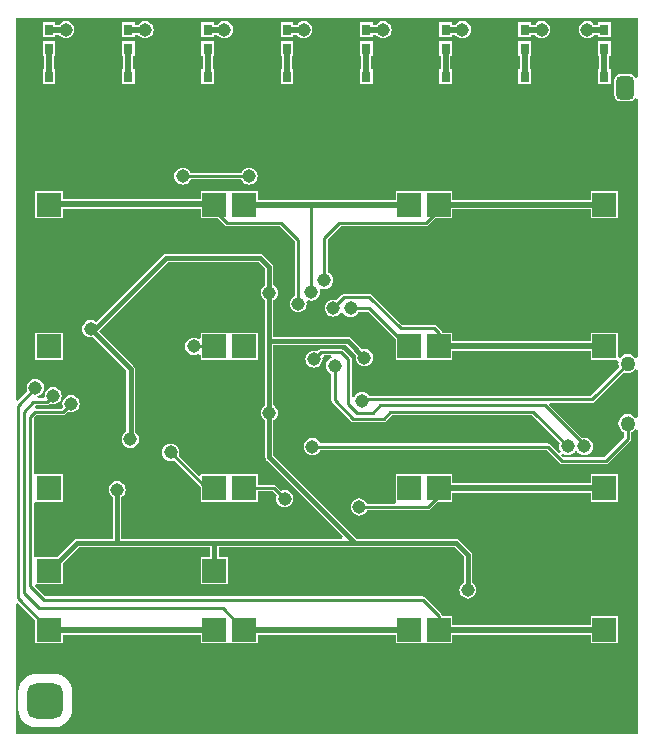
<source format=gtl>
G04*
G04 #@! TF.GenerationSoftware,Altium Limited,Altium Designer,19.0.5 (141)*
G04*
G04 Layer_Physical_Order=1*
G04 Layer_Color=255*
%FSLAX25Y25*%
%MOIN*%
G70*
G01*
G75*
%ADD11R,0.03100X0.03800*%
%ADD12R,0.07874X0.07874*%
%ADD19C,0.01500*%
%ADD20C,0.01000*%
%ADD21C,0.02000*%
G04:AMPARAMS|DCode=22|XSize=59.06mil|YSize=78.74mil|CornerRadius=14.76mil|HoleSize=0mil|Usage=FLASHONLY|Rotation=0.000|XOffset=0mil|YOffset=0mil|HoleType=Round|Shape=RoundedRectangle|*
%AMROUNDEDRECTD22*
21,1,0.05906,0.04921,0,0,0.0*
21,1,0.02953,0.07874,0,0,0.0*
1,1,0.02953,0.01476,-0.02461*
1,1,0.02953,-0.01476,-0.02461*
1,1,0.02953,-0.01476,0.02461*
1,1,0.02953,0.01476,0.02461*
%
%ADD22ROUNDEDRECTD22*%
%ADD23C,0.05000*%
G04:AMPARAMS|DCode=24|XSize=118.11mil|YSize=118.11mil|CornerRadius=29.53mil|HoleSize=0mil|Usage=FLASHONLY|Rotation=0.000|XOffset=0mil|YOffset=0mil|HoleType=Round|Shape=RoundedRectangle|*
%AMROUNDEDRECTD24*
21,1,0.11811,0.05906,0,0,0.0*
21,1,0.05906,0.11811,0,0,0.0*
1,1,0.05906,0.02953,-0.02953*
1,1,0.05906,-0.02953,-0.02953*
1,1,0.05906,-0.02953,0.02953*
1,1,0.05906,0.02953,0.02953*
%
%ADD24ROUNDEDRECTD24*%
%ADD25C,0.04500*%
G36*
X739949Y325943D02*
X739208Y325544D01*
X739149Y325553D01*
X738721Y326193D01*
X738035Y326652D01*
X737224Y326813D01*
X734272D01*
X733462Y326652D01*
X732775Y326193D01*
X732316Y325506D01*
X732155Y324696D01*
Y319775D01*
X732316Y318965D01*
X732775Y318278D01*
X733462Y317819D01*
X734272Y317658D01*
X737224D01*
X738035Y317819D01*
X738721Y318278D01*
X739149Y318918D01*
X739208Y318927D01*
X739949Y318528D01*
Y232398D01*
X739149Y232126D01*
X738872Y232487D01*
X738225Y232983D01*
X737471Y233296D01*
X736661Y233402D01*
X735852Y233296D01*
X735098Y232983D01*
X734450Y232487D01*
X734124Y232062D01*
X733324Y232333D01*
Y240561D01*
X724250D01*
Y237655D01*
X678206D01*
Y240561D01*
X674782D01*
X674706Y240943D01*
X674462Y241307D01*
X674462Y241307D01*
X672941Y242828D01*
X672577Y243072D01*
X672148Y243157D01*
X672148Y243157D01*
X661413D01*
X651359Y253211D01*
X650995Y253454D01*
X650566Y253539D01*
X650566Y253539D01*
X642130D01*
X642130Y253539D01*
X641701Y253454D01*
X641337Y253211D01*
X641337Y253211D01*
X639508Y251381D01*
X639192Y251512D01*
X638448Y251610D01*
X637704Y251512D01*
X637011Y251225D01*
X636415Y250768D01*
X635959Y250173D01*
X635671Y249479D01*
X635573Y248735D01*
X635671Y247991D01*
X635959Y247298D01*
X636415Y246703D01*
X637011Y246246D01*
X637704Y245959D01*
X638448Y245861D01*
X639192Y245959D01*
X639885Y246246D01*
X640481Y246703D01*
X640881Y247225D01*
X641220Y247264D01*
X641759Y247198D01*
X642215Y246603D01*
X642811Y246146D01*
X643504Y245859D01*
X644248Y245761D01*
X644992Y245859D01*
X645685Y246146D01*
X646281Y246603D01*
X646737Y247198D01*
X646868Y247514D01*
X650083D01*
X659290Y238308D01*
Y231487D01*
X668364D01*
Y231487D01*
X669132D01*
Y231487D01*
X678206D01*
Y234392D01*
X724250D01*
Y231487D01*
X732942D01*
X733095Y231399D01*
X733604Y230802D01*
X733535Y230276D01*
X733641Y229466D01*
X733824Y229025D01*
X724228Y219429D01*
X650545Y219429D01*
X650131Y219968D01*
X649535Y220425D01*
X648842Y220712D01*
X648098Y220810D01*
X647354Y220712D01*
X646661Y220425D01*
X646065Y219968D01*
X645609Y219373D01*
X645470Y219037D01*
X644670Y219196D01*
Y231668D01*
X644584Y232097D01*
X644341Y232461D01*
X644341Y232461D01*
X641874Y234928D01*
X641510Y235172D01*
X641081Y235257D01*
X641081Y235257D01*
X634448D01*
X634019Y235172D01*
X633655Y234928D01*
X633655Y234928D01*
X633108Y234381D01*
X632792Y234512D01*
X632048Y234610D01*
X631304Y234512D01*
X630611Y234225D01*
X630015Y233768D01*
X629559Y233173D01*
X629271Y232479D01*
X629173Y231735D01*
X629271Y230991D01*
X629559Y230298D01*
X630015Y229703D01*
X630611Y229246D01*
X631304Y228959D01*
X632048Y228861D01*
X632792Y228959D01*
X633485Y229246D01*
X634081Y229703D01*
X634538Y230298D01*
X634825Y230991D01*
X634923Y231735D01*
X634857Y232237D01*
X635249Y232831D01*
X635469Y233014D01*
X637808D01*
X637967Y232214D01*
X637511Y232025D01*
X636915Y231568D01*
X636459Y230973D01*
X636171Y230279D01*
X636073Y229535D01*
X636171Y228791D01*
X636459Y228098D01*
X636915Y227503D01*
X637511Y227046D01*
X637826Y226915D01*
Y218135D01*
X637826Y218135D01*
X637912Y217706D01*
X638155Y217342D01*
X644355Y211142D01*
X644355Y211142D01*
X644719Y210899D01*
X645148Y210814D01*
X655348D01*
X655348Y210814D01*
X655777Y210899D01*
X656141Y211142D01*
X658013Y213014D01*
X704683D01*
X714002Y203695D01*
X713871Y203379D01*
X713773Y202635D01*
X713871Y201891D01*
X714159Y201198D01*
X714342Y200958D01*
X713740Y200430D01*
X710817Y203352D01*
X710454Y203595D01*
X710024Y203681D01*
X710024Y203681D01*
X634143D01*
X634012Y203996D01*
X633555Y204592D01*
X632960Y205048D01*
X632267Y205336D01*
X631523Y205434D01*
X630779Y205336D01*
X630085Y205048D01*
X629490Y204592D01*
X629033Y203996D01*
X628746Y203303D01*
X628648Y202559D01*
X628746Y201815D01*
X629033Y201122D01*
X629490Y200526D01*
X630085Y200070D01*
X630779Y199782D01*
X631523Y199685D01*
X632267Y199782D01*
X632960Y200070D01*
X633555Y200526D01*
X634012Y201122D01*
X634143Y201437D01*
X709560D01*
X713955Y197042D01*
X713955Y197042D01*
X714319Y196799D01*
X714748Y196714D01*
X714748Y196714D01*
X729248D01*
X729248Y196714D01*
X729677Y196799D01*
X730041Y197042D01*
X737454Y204456D01*
X737455Y204456D01*
X737698Y204820D01*
X737783Y205249D01*
X737783Y205249D01*
Y207385D01*
X738225Y207568D01*
X738872Y208065D01*
X739149Y208425D01*
X739949Y208154D01*
Y106752D01*
X532586D01*
Y150066D01*
X533326Y150372D01*
X539211Y144486D01*
Y136998D01*
X548285D01*
Y139904D01*
X594329D01*
Y136998D01*
X603403D01*
Y136998D01*
X604172D01*
Y136998D01*
X604203Y136998D01*
X613246D01*
Y139904D01*
X659290D01*
Y136998D01*
X668364D01*
Y136998D01*
X669132D01*
Y136998D01*
X678206D01*
Y139904D01*
X724250D01*
Y136998D01*
X733324D01*
Y146072D01*
X724250D01*
Y143167D01*
X678206D01*
Y146072D01*
X675553D01*
X674791Y146114D01*
X674706Y146543D01*
X674462Y146907D01*
X669041Y152329D01*
X668677Y152572D01*
X668248Y152657D01*
X668248Y152657D01*
X542413D01*
X539169Y155901D01*
X539517Y156684D01*
X548285D01*
Y163811D01*
X553629Y169155D01*
X597490D01*
Y165758D01*
X594329D01*
Y156684D01*
X603403D01*
Y165758D01*
X600243D01*
Y169155D01*
X678792D01*
X681969Y165978D01*
Y157306D01*
X681909Y157281D01*
X681313Y156824D01*
X680857Y156228D01*
X680569Y155535D01*
X680471Y154791D01*
X680569Y154047D01*
X680857Y153354D01*
X681313Y152759D01*
X681909Y152302D01*
X682602Y152015D01*
X683346Y151917D01*
X684090Y152015D01*
X684783Y152302D01*
X685379Y152759D01*
X685835Y153354D01*
X686123Y154047D01*
X686221Y154791D01*
X686123Y155535D01*
X685835Y156228D01*
X685379Y156824D01*
X684783Y157281D01*
X684722Y157306D01*
Y166548D01*
X684618Y167075D01*
X684319Y167521D01*
X684319Y167521D01*
X680335Y171505D01*
X679889Y171803D01*
X679362Y171908D01*
X646422D01*
X618551Y199778D01*
Y211321D01*
X618612Y211346D01*
X619208Y211803D01*
X619665Y212398D01*
X619952Y213091D01*
X620050Y213835D01*
X619952Y214579D01*
X619665Y215273D01*
X619208Y215868D01*
X618612Y216325D01*
X618551Y216350D01*
Y236359D01*
X642772D01*
X646091Y233040D01*
X646065Y232979D01*
X645967Y232235D01*
X646065Y231491D01*
X646353Y230798D01*
X646809Y230203D01*
X647405Y229746D01*
X648098Y229459D01*
X648842Y229361D01*
X649586Y229459D01*
X650279Y229746D01*
X650875Y230203D01*
X651332Y230798D01*
X651619Y231491D01*
X651717Y232235D01*
X651619Y232979D01*
X651332Y233673D01*
X650875Y234268D01*
X650279Y234725D01*
X649586Y235012D01*
X648842Y235110D01*
X648098Y235012D01*
X648037Y234987D01*
X644315Y238709D01*
X643869Y239007D01*
X643342Y239112D01*
X618551D01*
Y251340D01*
X618612Y251365D01*
X619208Y251822D01*
X619665Y252418D01*
X619952Y253111D01*
X620050Y253855D01*
X619952Y254599D01*
X619665Y255292D01*
X619208Y255888D01*
X618612Y256344D01*
X618551Y256370D01*
Y262438D01*
X618447Y262965D01*
X618148Y263412D01*
X615151Y266409D01*
X614705Y266707D01*
X614178Y266812D01*
X582848D01*
X582848Y266812D01*
X582321Y266707D01*
X581875Y266409D01*
X559474Y244008D01*
X559061Y244325D01*
X558368Y244612D01*
X557624Y244710D01*
X556880Y244612D01*
X556186Y244325D01*
X555591Y243868D01*
X555134Y243273D01*
X554847Y242579D01*
X554749Y241835D01*
X554847Y241091D01*
X555134Y240398D01*
X555591Y239803D01*
X556186Y239346D01*
X556880Y239059D01*
X557624Y238961D01*
X558368Y239059D01*
X558428Y239084D01*
X569537Y227976D01*
Y207549D01*
X569405Y207494D01*
X568810Y207038D01*
X568353Y206442D01*
X568066Y205749D01*
X567968Y205005D01*
X568066Y204261D01*
X568353Y203568D01*
X568810Y202972D01*
X569405Y202516D01*
X570099Y202228D01*
X570843Y202130D01*
X571587Y202228D01*
X572280Y202516D01*
X572875Y202972D01*
X573332Y203568D01*
X573619Y204261D01*
X573717Y205005D01*
X573619Y205749D01*
X573332Y206442D01*
X572875Y207038D01*
X572290Y207487D01*
Y228546D01*
X572185Y229072D01*
X571887Y229519D01*
X560382Y241023D01*
X583418Y264059D01*
X613608D01*
X615799Y261868D01*
Y256370D01*
X615738Y256344D01*
X615142Y255888D01*
X614686Y255292D01*
X614398Y254599D01*
X614300Y253855D01*
X614398Y253111D01*
X614686Y252418D01*
X615142Y251822D01*
X615738Y251365D01*
X615799Y251340D01*
Y237735D01*
Y216350D01*
X615738Y216325D01*
X615142Y215868D01*
X614686Y215273D01*
X614398Y214579D01*
X614300Y213835D01*
X614398Y213091D01*
X614686Y212398D01*
X615142Y211803D01*
X615738Y211346D01*
X615799Y211321D01*
Y199208D01*
X615903Y198682D01*
X616202Y198235D01*
X641789Y172647D01*
X641483Y171908D01*
X567819D01*
Y185690D01*
X567880Y185715D01*
X568475Y186172D01*
X568932Y186768D01*
X569219Y187461D01*
X569317Y188205D01*
X569219Y188949D01*
X568932Y189642D01*
X568475Y190238D01*
X567880Y190694D01*
X567187Y190982D01*
X566443Y191079D01*
X565699Y190982D01*
X565005Y190694D01*
X564410Y190238D01*
X563953Y189642D01*
X563666Y188949D01*
X563568Y188205D01*
X563666Y187461D01*
X563953Y186768D01*
X564410Y186172D01*
X565005Y185715D01*
X565066Y185690D01*
Y171908D01*
X553059D01*
X552533Y171803D01*
X552086Y171505D01*
X546338Y165758D01*
X539370D01*
X539211Y165758D01*
X538570Y166140D01*
Y183860D01*
X539211Y184242D01*
X539370Y184242D01*
X548285D01*
Y193316D01*
X539370D01*
X539211Y193317D01*
X538570Y193699D01*
Y212071D01*
X539513Y213014D01*
X548335D01*
X548335Y213014D01*
X548764Y213099D01*
X549128Y213342D01*
X550043Y214258D01*
X550359Y214127D01*
X551103Y214029D01*
X551847Y214127D01*
X552540Y214414D01*
X553135Y214871D01*
X553592Y215466D01*
X553879Y216159D01*
X553977Y216903D01*
X553879Y217647D01*
X553592Y218341D01*
X553135Y218936D01*
X552540Y219393D01*
X551847Y219680D01*
X551103Y219778D01*
X550359Y219680D01*
X549665Y219393D01*
X549070Y218936D01*
X548613Y218341D01*
X548326Y217647D01*
X548228Y216903D01*
X548326Y216159D01*
X548457Y215844D01*
X547870Y215257D01*
X539404D01*
X538979Y216028D01*
X539240Y216381D01*
X543070D01*
X543070Y216381D01*
X543499Y216467D01*
X543863Y216710D01*
X544061Y216908D01*
X544377Y216777D01*
X545121Y216679D01*
X545865Y216777D01*
X546558Y217064D01*
X547153Y217521D01*
X547610Y218116D01*
X547897Y218809D01*
X547995Y219553D01*
X547897Y220297D01*
X547610Y220991D01*
X547153Y221586D01*
X546558Y222043D01*
X545865Y222330D01*
X545121Y222428D01*
X544377Y222330D01*
X543683Y222043D01*
X543088Y221586D01*
X542631Y220991D01*
X542344Y220297D01*
X542246Y219553D01*
X542263Y219424D01*
X541597Y218624D01*
X539917D01*
X539865Y219424D01*
X539883Y219427D01*
X540576Y219714D01*
X541171Y220171D01*
X541628Y220766D01*
X541915Y221459D01*
X542013Y222203D01*
X541915Y222947D01*
X541628Y223641D01*
X541171Y224236D01*
X540576Y224693D01*
X539883Y224980D01*
X539139Y225078D01*
X538395Y224980D01*
X537701Y224693D01*
X537106Y224236D01*
X536649Y223641D01*
X536362Y222947D01*
X536264Y222203D01*
X536362Y221459D01*
X536515Y221089D01*
X533326Y217899D01*
X532586Y218205D01*
Y345610D01*
X739949D01*
Y325943D01*
D02*
G37*
G36*
Y228154D02*
Y212398D01*
X739149Y212126D01*
X738872Y212487D01*
X738225Y212983D01*
X737471Y213296D01*
X737262Y213323D01*
X737091Y213438D01*
X736661Y213523D01*
X736232Y213438D01*
X736061Y213323D01*
X735852Y213296D01*
X735098Y212983D01*
X734450Y212487D01*
X733954Y211839D01*
X733641Y211085D01*
X733535Y210276D01*
X733641Y209466D01*
X733954Y208712D01*
X734450Y208065D01*
X735098Y207568D01*
X735540Y207385D01*
Y205713D01*
X728784Y198957D01*
X715213D01*
X714442Y199727D01*
X714971Y200330D01*
X715211Y200146D01*
X715904Y199859D01*
X716648Y199761D01*
X717392Y199859D01*
X718085Y200146D01*
X718681Y200603D01*
X718938Y200938D01*
X719114Y200998D01*
X719720D01*
X719896Y200938D01*
X720152Y200603D01*
X720748Y200146D01*
X721441Y199859D01*
X722185Y199761D01*
X722929Y199859D01*
X723622Y200146D01*
X724218Y200603D01*
X724675Y201198D01*
X724962Y201891D01*
X725060Y202635D01*
X724962Y203379D01*
X724675Y204073D01*
X724218Y204668D01*
X723622Y205125D01*
X722929Y205412D01*
X722185Y205510D01*
X721488Y205418D01*
X710521Y216386D01*
X710852Y217185D01*
X724693D01*
X724693Y217185D01*
X725122Y217271D01*
X725486Y217514D01*
X735410Y227438D01*
X735852Y227255D01*
X736661Y227149D01*
X737471Y227255D01*
X738225Y227568D01*
X738872Y228065D01*
X739149Y228425D01*
X739949Y228154D01*
D02*
G37*
%LPC*%
G36*
X707953Y344410D02*
X707209Y344313D01*
X706516Y344025D01*
X705921Y343568D01*
X705613Y343167D01*
X704503D01*
Y344036D01*
X700203D01*
Y339036D01*
X704503D01*
Y339904D01*
X705613D01*
X705921Y339503D01*
X706516Y339046D01*
X707209Y338759D01*
X707953Y338661D01*
X708697Y338759D01*
X709390Y339046D01*
X709986Y339503D01*
X710443Y340099D01*
X710730Y340792D01*
X710828Y341536D01*
X710730Y342280D01*
X710443Y342973D01*
X709986Y343568D01*
X709390Y344025D01*
X708697Y344313D01*
X707953Y344410D01*
D02*
G37*
G36*
X681519D02*
X680775Y344313D01*
X680082Y344025D01*
X679486Y343568D01*
X679178Y343167D01*
X678069D01*
Y344036D01*
X673769D01*
Y339036D01*
X678069D01*
Y339904D01*
X679178D01*
X679486Y339503D01*
X680082Y339046D01*
X680775Y338759D01*
X681519Y338661D01*
X682263Y338759D01*
X682956Y339046D01*
X683552Y339503D01*
X684008Y340099D01*
X684296Y340792D01*
X684394Y341536D01*
X684296Y342280D01*
X684008Y342973D01*
X683552Y343568D01*
X682956Y344025D01*
X682263Y344313D01*
X681519Y344410D01*
D02*
G37*
G36*
X655085D02*
X654341Y344313D01*
X653648Y344025D01*
X653052Y343568D01*
X652744Y343167D01*
X651635D01*
Y344036D01*
X647335D01*
Y339036D01*
X651635D01*
Y339904D01*
X652744D01*
X653052Y339503D01*
X653648Y339046D01*
X654341Y338759D01*
X655085Y338661D01*
X655829Y338759D01*
X656522Y339046D01*
X657117Y339503D01*
X657574Y340099D01*
X657861Y340792D01*
X657959Y341536D01*
X657861Y342280D01*
X657574Y342973D01*
X657117Y343568D01*
X656522Y344025D01*
X655829Y344313D01*
X655085Y344410D01*
D02*
G37*
G36*
X628651D02*
X627907Y344313D01*
X627213Y344025D01*
X626618Y343568D01*
X626310Y343167D01*
X625201D01*
Y344036D01*
X620901D01*
Y339036D01*
X625201D01*
Y339904D01*
X626310D01*
X626618Y339503D01*
X627213Y339046D01*
X627907Y338759D01*
X628651Y338661D01*
X629395Y338759D01*
X630088Y339046D01*
X630683Y339503D01*
X631140Y340099D01*
X631427Y340792D01*
X631525Y341536D01*
X631427Y342280D01*
X631140Y342973D01*
X630683Y343568D01*
X630088Y344025D01*
X629395Y344313D01*
X628651Y344410D01*
D02*
G37*
G36*
X602216D02*
X601472Y344313D01*
X600779Y344025D01*
X600184Y343568D01*
X599876Y343167D01*
X598766D01*
Y344036D01*
X594466D01*
Y339036D01*
X598766D01*
Y339904D01*
X599876D01*
X600184Y339503D01*
X600779Y339046D01*
X601472Y338759D01*
X602216Y338661D01*
X602960Y338759D01*
X603654Y339046D01*
X604249Y339503D01*
X604706Y340099D01*
X604993Y340792D01*
X605091Y341536D01*
X604993Y342280D01*
X604706Y342973D01*
X604249Y343568D01*
X603654Y344025D01*
X602960Y344313D01*
X602216Y344410D01*
D02*
G37*
G36*
X575782D02*
X575038Y344313D01*
X574345Y344025D01*
X573750Y343568D01*
X573442Y343167D01*
X572332D01*
Y344036D01*
X568032D01*
Y339036D01*
X572332D01*
Y339904D01*
X573442D01*
X573750Y339503D01*
X574345Y339046D01*
X575038Y338759D01*
X575782Y338661D01*
X576526Y338759D01*
X577219Y339046D01*
X577815Y339503D01*
X578272Y340099D01*
X578559Y340792D01*
X578657Y341536D01*
X578559Y342280D01*
X578272Y342973D01*
X577815Y343568D01*
X577219Y344025D01*
X576526Y344313D01*
X575782Y344410D01*
D02*
G37*
G36*
X549348D02*
X548604Y344313D01*
X547911Y344025D01*
X547315Y343568D01*
X547008Y343167D01*
X545898D01*
Y344036D01*
X541598D01*
Y339036D01*
X545898D01*
Y339904D01*
X547008D01*
X547315Y339503D01*
X547911Y339046D01*
X548604Y338759D01*
X549348Y338661D01*
X550092Y338759D01*
X550785Y339046D01*
X551381Y339503D01*
X551837Y340099D01*
X552125Y340792D01*
X552223Y341536D01*
X552125Y342280D01*
X551837Y342973D01*
X551381Y343568D01*
X550785Y344025D01*
X550092Y344313D01*
X549348Y344410D01*
D02*
G37*
G36*
X723187D02*
X722443Y344313D01*
X721750Y344025D01*
X721155Y343568D01*
X720698Y342973D01*
X720411Y342280D01*
X720313Y341536D01*
X720411Y340792D01*
X720698Y340099D01*
X721155Y339503D01*
X721750Y339046D01*
X722443Y338759D01*
X723187Y338661D01*
X723931Y338759D01*
X724625Y339046D01*
X725220Y339503D01*
X725528Y339904D01*
X726637D01*
Y339036D01*
X730937D01*
Y344036D01*
X726637D01*
Y343167D01*
X725528D01*
X725220Y343568D01*
X724625Y344025D01*
X723931Y344313D01*
X723187Y344410D01*
D02*
G37*
G36*
X730937Y337736D02*
X726637D01*
Y332736D01*
X727156D01*
Y328288D01*
X726637D01*
Y323288D01*
X730937D01*
Y328288D01*
X730419D01*
Y332736D01*
X730937D01*
Y337736D01*
D02*
G37*
G36*
X704503D02*
X700203D01*
Y332736D01*
X700722D01*
Y328288D01*
X700203D01*
Y323288D01*
X704503D01*
Y328288D01*
X703985D01*
Y332736D01*
X704503D01*
Y337736D01*
D02*
G37*
G36*
X678069D02*
X673769D01*
Y332736D01*
X674288D01*
Y328288D01*
X673769D01*
Y323288D01*
X678069D01*
Y328288D01*
X677551D01*
Y332736D01*
X678069D01*
Y337736D01*
D02*
G37*
G36*
X651635D02*
X647335D01*
Y332736D01*
X647853D01*
Y328288D01*
X647335D01*
Y323288D01*
X651635D01*
Y328288D01*
X651116D01*
Y332736D01*
X651635D01*
Y337736D01*
D02*
G37*
G36*
X625201D02*
X620901D01*
Y332736D01*
X621420D01*
Y328288D01*
X620901D01*
Y323288D01*
X625201D01*
Y328288D01*
X624682D01*
Y332736D01*
X625201D01*
Y337736D01*
D02*
G37*
G36*
X598766D02*
X594466D01*
Y332736D01*
X594985D01*
Y328288D01*
X594466D01*
Y323288D01*
X598766D01*
Y328288D01*
X598248D01*
Y332736D01*
X598766D01*
Y337736D01*
D02*
G37*
G36*
X572332D02*
X568032D01*
Y332736D01*
X568551D01*
Y328288D01*
X568032D01*
Y323288D01*
X572332D01*
Y328288D01*
X571814D01*
Y332736D01*
X572332D01*
Y337736D01*
D02*
G37*
G36*
X545898D02*
X541598D01*
Y332736D01*
X542117D01*
Y328288D01*
X541598D01*
Y323288D01*
X545898D01*
Y328288D01*
X545379D01*
Y332736D01*
X545898D01*
Y337736D01*
D02*
G37*
G36*
X610448Y295610D02*
X609704Y295512D01*
X609011Y295225D01*
X608415Y294768D01*
X607959Y294173D01*
X607828Y293857D01*
X590952D01*
X590821Y294173D01*
X590364Y294768D01*
X589769Y295225D01*
X589076Y295512D01*
X588332Y295610D01*
X587588Y295512D01*
X586894Y295225D01*
X586299Y294768D01*
X585842Y294173D01*
X585555Y293479D01*
X585457Y292735D01*
X585555Y291991D01*
X585842Y291298D01*
X586299Y290703D01*
X586894Y290246D01*
X587588Y289959D01*
X588332Y289861D01*
X589076Y289959D01*
X589769Y290246D01*
X590364Y290703D01*
X590821Y291298D01*
X590952Y291614D01*
X607828D01*
X607959Y291298D01*
X608415Y290703D01*
X609011Y290246D01*
X609704Y289959D01*
X610448Y289861D01*
X611192Y289959D01*
X611885Y290246D01*
X612481Y290703D01*
X612937Y291298D01*
X613225Y291991D01*
X613323Y292735D01*
X613225Y293479D01*
X612937Y294173D01*
X612481Y294768D01*
X611885Y295225D01*
X611192Y295512D01*
X610448Y295610D01*
D02*
G37*
G36*
X669132Y287805D02*
X668364D01*
X668332Y287805D01*
X659290D01*
Y284899D01*
X613246D01*
Y287805D01*
X604203D01*
X604172Y287805D01*
X603403D01*
X603372Y287805D01*
X594329D01*
Y284955D01*
X548285D01*
Y287805D01*
X539211D01*
Y278731D01*
X548285D01*
Y281692D01*
X594329D01*
Y278731D01*
X599867D01*
X602255Y276342D01*
X602255Y276342D01*
X602619Y276099D01*
X603048Y276014D01*
X603048Y276014D01*
X620583D01*
X625654Y270944D01*
Y252775D01*
X625338Y252644D01*
X624743Y252188D01*
X624286Y251592D01*
X623998Y250899D01*
X623901Y250155D01*
X623998Y249411D01*
X624286Y248718D01*
X624743Y248122D01*
X625338Y247666D01*
X626031Y247378D01*
X626775Y247280D01*
X627519Y247378D01*
X628212Y247666D01*
X628808Y248122D01*
X629265Y248718D01*
X629552Y249411D01*
X629650Y250155D01*
X629564Y250806D01*
X629776Y251072D01*
X630208Y251405D01*
X630418Y251319D01*
X631162Y251221D01*
X631906Y251319D01*
X632599Y251606D01*
X633194Y252063D01*
X633651Y252658D01*
X633938Y253351D01*
X634036Y254095D01*
X633950Y254746D01*
X634162Y255012D01*
X634594Y255346D01*
X634804Y255259D01*
X635548Y255161D01*
X636292Y255259D01*
X636985Y255546D01*
X637581Y256003D01*
X638037Y256598D01*
X638325Y257291D01*
X638423Y258035D01*
X638325Y258779D01*
X638037Y259473D01*
X637581Y260068D01*
X636985Y260525D01*
X636670Y260656D01*
Y271671D01*
X641013Y276014D01*
X669348D01*
X669348Y276014D01*
X669777Y276099D01*
X670141Y276342D01*
X672529Y278731D01*
X678206D01*
Y281636D01*
X724250D01*
Y278731D01*
X733324D01*
Y287805D01*
X724250D01*
Y284899D01*
X678206D01*
Y287805D01*
X669164D01*
X669132Y287805D01*
D02*
G37*
G36*
X604172Y240561D02*
X603403D01*
X603372Y240561D01*
X594329D01*
Y238840D01*
X593529Y238445D01*
X593440Y238513D01*
X592747Y238800D01*
X592003Y238898D01*
X591259Y238800D01*
X590566Y238513D01*
X589970Y238056D01*
X589514Y237461D01*
X589226Y236768D01*
X589129Y236024D01*
X589226Y235280D01*
X589514Y234586D01*
X589970Y233991D01*
X590566Y233534D01*
X591259Y233247D01*
X592003Y233149D01*
X592747Y233247D01*
X593440Y233534D01*
X593529Y233602D01*
X594329Y233208D01*
Y231487D01*
X603372D01*
X603403Y231487D01*
X604172D01*
X604203Y231487D01*
X613246D01*
Y240561D01*
X604203D01*
X604172Y240561D01*
D02*
G37*
G36*
X548285Y240561D02*
X539211D01*
Y231487D01*
X548285D01*
Y240561D01*
D02*
G37*
G36*
X669132Y193317D02*
X668364D01*
X668332Y193316D01*
X659290D01*
Y184357D01*
X659290Y184242D01*
X659013Y183557D01*
X649768D01*
X649638Y183873D01*
X649181Y184468D01*
X648585Y184925D01*
X647892Y185212D01*
X647148Y185310D01*
X646404Y185212D01*
X645711Y184925D01*
X645115Y184468D01*
X644659Y183873D01*
X644371Y183179D01*
X644273Y182435D01*
X644371Y181691D01*
X644659Y180998D01*
X645115Y180403D01*
X645711Y179946D01*
X646404Y179659D01*
X647148Y179561D01*
X647892Y179659D01*
X648585Y179946D01*
X649181Y180403D01*
X649638Y180998D01*
X649768Y181314D01*
X670048D01*
X670048Y181314D01*
X670477Y181399D01*
X670841Y181642D01*
X673441Y184242D01*
X678206D01*
Y187148D01*
X724250D01*
Y184242D01*
X733324D01*
Y193316D01*
X724250D01*
Y190411D01*
X678206D01*
Y193316D01*
X669164D01*
X669132Y193317D01*
D02*
G37*
G36*
X584248Y203510D02*
X583504Y203412D01*
X582811Y203125D01*
X582215Y202668D01*
X581759Y202073D01*
X581471Y201379D01*
X581373Y200635D01*
X581471Y199891D01*
X581759Y199198D01*
X582215Y198603D01*
X582811Y198146D01*
X583504Y197859D01*
X584248Y197761D01*
X584992Y197859D01*
X585308Y197990D01*
X594329Y188968D01*
Y184242D01*
X603372D01*
X603403Y184242D01*
X604172D01*
X604203Y184242D01*
X613246D01*
Y187658D01*
X618232D01*
X619595Y186295D01*
X619464Y185979D01*
X619367Y185235D01*
X619464Y184491D01*
X619752Y183798D01*
X620208Y183203D01*
X620804Y182746D01*
X621497Y182459D01*
X622241Y182361D01*
X622985Y182459D01*
X623678Y182746D01*
X624274Y183203D01*
X624731Y183798D01*
X625018Y184491D01*
X625116Y185235D01*
X625018Y185979D01*
X624731Y186673D01*
X624274Y187268D01*
X623678Y187725D01*
X622985Y188012D01*
X622241Y188110D01*
X621497Y188012D01*
X621181Y187881D01*
X619490Y189573D01*
X619126Y189816D01*
X618697Y189901D01*
X618697Y189901D01*
X613246D01*
Y193316D01*
X604203D01*
X604172Y193317D01*
X603403D01*
X603372Y193316D01*
X594329D01*
Y193186D01*
X593590Y192879D01*
X586894Y199576D01*
X587025Y199891D01*
X587123Y200635D01*
X587025Y201379D01*
X586737Y202073D01*
X586281Y202668D01*
X585685Y203125D01*
X584992Y203412D01*
X584248Y203510D01*
D02*
G37*
G36*
X545445Y126848D02*
X539540D01*
X538373Y126733D01*
X537251Y126392D01*
X536217Y125840D01*
X535310Y125096D01*
X534566Y124189D01*
X534014Y123155D01*
X533673Y122033D01*
X533558Y120866D01*
Y114961D01*
X533673Y113794D01*
X534014Y112672D01*
X534566Y111637D01*
X535310Y110731D01*
X536217Y109987D01*
X537251Y109434D01*
X538373Y109094D01*
X539540Y108979D01*
X545445D01*
X546612Y109094D01*
X547734Y109434D01*
X548769Y109987D01*
X549675Y110731D01*
X550419Y111637D01*
X550972Y112672D01*
X551312Y113794D01*
X551427Y114961D01*
Y120866D01*
X551312Y122033D01*
X550972Y123155D01*
X550419Y124189D01*
X549675Y125096D01*
X548769Y125840D01*
X547734Y126392D01*
X546612Y126733D01*
X545445Y126848D01*
D02*
G37*
%LPD*%
D11*
X728787Y325788D02*
D03*
Y319488D02*
D03*
X702353Y325788D02*
D03*
Y319488D02*
D03*
X675919Y325788D02*
D03*
Y319488D02*
D03*
X649485Y325788D02*
D03*
Y319488D02*
D03*
X623051Y325788D02*
D03*
Y319488D02*
D03*
X596616Y325788D02*
D03*
Y319488D02*
D03*
X570182Y325788D02*
D03*
Y319488D02*
D03*
X543748Y325788D02*
D03*
Y319488D02*
D03*
X728787Y341536D02*
D03*
Y335236D02*
D03*
X702353Y341536D02*
D03*
Y335236D02*
D03*
X675919Y341536D02*
D03*
Y335236D02*
D03*
X649485Y341536D02*
D03*
Y335236D02*
D03*
X623051Y341536D02*
D03*
Y335236D02*
D03*
X596616Y341536D02*
D03*
Y335236D02*
D03*
X570182Y341536D02*
D03*
Y335236D02*
D03*
X543748Y341536D02*
D03*
Y335236D02*
D03*
D12*
X673669Y255709D02*
D03*
Y161221D02*
D03*
Y302953D02*
D03*
Y283268D02*
D03*
Y236024D02*
D03*
Y208465D02*
D03*
Y188779D02*
D03*
Y141535D02*
D03*
X663827D02*
D03*
Y188779D02*
D03*
Y208465D02*
D03*
Y236024D02*
D03*
Y283268D02*
D03*
Y302953D02*
D03*
Y161221D02*
D03*
Y255709D02*
D03*
X608709Y141535D02*
D03*
Y188779D02*
D03*
Y208465D02*
D03*
Y236024D02*
D03*
Y283268D02*
D03*
Y302953D02*
D03*
Y161221D02*
D03*
Y255709D02*
D03*
X543748D02*
D03*
Y161221D02*
D03*
Y302953D02*
D03*
Y283268D02*
D03*
Y236024D02*
D03*
Y208465D02*
D03*
Y188779D02*
D03*
Y141535D02*
D03*
X598866Y255709D02*
D03*
Y161221D02*
D03*
Y302953D02*
D03*
Y283268D02*
D03*
Y236024D02*
D03*
Y208465D02*
D03*
Y188779D02*
D03*
Y141535D02*
D03*
X728787Y161221D02*
D03*
Y255709D02*
D03*
Y302953D02*
D03*
Y283268D02*
D03*
Y236024D02*
D03*
Y208465D02*
D03*
Y188779D02*
D03*
Y141535D02*
D03*
D19*
X543748Y161221D02*
X553059Y170532D01*
X566443D01*
X598948D02*
X645852D01*
X566443D02*
X598948D01*
X598866Y170450D02*
X598948Y170532D01*
X598866Y161221D02*
Y170450D01*
X558436Y241023D02*
X582848Y265435D01*
X566443Y170532D02*
Y188205D01*
X617175Y237735D02*
Y253855D01*
Y213835D02*
Y237735D01*
Y199208D02*
Y213835D01*
Y199208D02*
X645852Y170532D01*
X558436Y241023D02*
X570913Y228546D01*
X557624Y241835D02*
X558436Y241023D01*
X570913Y205076D02*
Y228546D01*
X582848Y265435D02*
X614178D01*
X617175Y262438D01*
X643342Y237735D02*
X648842Y232235D01*
X617175Y237735D02*
X643342D01*
X645852Y170532D02*
X679362D01*
X683346Y166548D01*
Y154791D02*
Y166548D01*
X617175Y253855D02*
Y262438D01*
D20*
X533248Y216235D02*
X539348Y222335D01*
X539048Y214135D02*
X548335D01*
X537448Y212535D02*
X539048Y214135D01*
X537448Y156035D02*
Y212535D01*
X538507Y217503D02*
X543070D01*
X535248Y214244D02*
X538507Y217503D01*
X535248Y153938D02*
Y214244D01*
X736661Y205249D02*
Y210276D01*
X729248Y197835D02*
X736661Y205249D01*
X714748Y197835D02*
X729248D01*
X710024Y202559D02*
X714748Y197835D01*
X631523Y202559D02*
X710024D01*
X588332Y292735D02*
X610448D01*
X626775Y250155D02*
Y271408D01*
X621048Y277135D02*
X626775Y271408D01*
X603048Y277135D02*
X621048D01*
X672148Y242035D02*
X673669Y240514D01*
X660948Y242035D02*
X672148D01*
X650566Y252418D02*
X660948Y242035D01*
X645148Y211935D02*
X655348D01*
X638948Y218135D02*
X645148Y211935D01*
X638948Y218135D02*
Y229535D01*
X632048Y231735D02*
X634448Y234135D01*
X641081D01*
X643548Y231668D01*
Y216806D02*
Y231668D01*
Y216806D02*
X646519Y213835D01*
X651648D01*
X654148Y216335D01*
X708985D01*
X722685Y202635D01*
X655348Y211935D02*
X657548Y214135D01*
X705148D01*
X716648Y202635D01*
X648098Y218307D02*
X724693Y218307D01*
X736661Y210276D02*
Y212402D01*
X673669Y188779D02*
Y188779D01*
Y186057D02*
Y188779D01*
X670048Y182435D02*
X673669Y186057D01*
X647148Y182435D02*
X670048D01*
X608709Y188779D02*
X618697D01*
X622241Y185235D01*
X584248Y200635D02*
X596104Y188779D01*
X598866D01*
X543070Y217503D02*
X545121Y219553D01*
X548335Y214135D02*
X551103Y216903D01*
X541948Y151535D02*
X668248D01*
X537448Y156035D02*
X541948Y151535D01*
X540551Y148635D02*
X601609D01*
X535248Y153938D02*
X540551Y148635D01*
X601609D02*
X608709Y141535D01*
X668248Y151535D02*
X673669Y146114D01*
Y141535D02*
Y146114D01*
X533248Y152035D02*
Y216235D01*
Y152035D02*
X543748Y141535D01*
X592003Y236024D02*
X598866D01*
X663160D02*
X663827D01*
X650548Y248635D02*
X663160Y236024D01*
X644248Y248635D02*
X650548D01*
X673669Y236024D02*
Y240514D01*
X642130Y252418D02*
X650566D01*
X638448Y248735D02*
X642130Y252418D01*
X673669Y281457D02*
Y283268D01*
X669348Y277135D02*
X673669Y281457D01*
X640548Y277135D02*
X669348D01*
X635548Y272135D02*
X640548Y277135D01*
X635548Y258035D02*
Y272135D01*
X631162Y282907D02*
X631523Y283268D01*
X631162Y254095D02*
Y282907D01*
X598866Y281317D02*
X603048Y277135D01*
X598866Y281317D02*
Y283268D01*
X724693Y218307D02*
X736661Y230276D01*
D21*
X543948Y283324D02*
X599066D01*
X608709Y141535D02*
X663827D01*
X543748D02*
X598866D01*
X631523Y283268D02*
X663827D01*
X608709D02*
X631523D01*
X723187Y341536D02*
X728787D01*
X702353D02*
X707953D01*
X675919D02*
X681519D01*
X649485D02*
X655085D01*
X623051D02*
X628651D01*
X596616D02*
X602216D01*
X570182D02*
X575782D01*
X543748D02*
X549348D01*
X673669Y141535D02*
X728787D01*
X673669Y188779D02*
X728787D01*
X673669Y236024D02*
X728787D01*
X673669Y283268D02*
X728787D01*
X649485Y325788D02*
Y335236D01*
X675919Y325788D02*
Y335236D01*
X702353Y325788D02*
Y335236D01*
X728788Y325788D02*
Y335236D01*
X623051Y325788D02*
Y335236D01*
X596617Y325788D02*
Y335236D01*
X570183Y325788D02*
Y335236D01*
X543748Y325788D02*
Y335236D01*
D22*
X735748Y322235D02*
D03*
Y312635D02*
D03*
D23*
X736661Y220276D02*
D03*
Y230276D02*
D03*
Y210276D02*
D03*
D24*
X542493Y117913D02*
D03*
D25*
X620548Y268352D02*
D03*
X634248Y303135D02*
D03*
X543648Y312435D02*
D03*
X543848Y265135D02*
D03*
X544448Y200412D02*
D03*
X729348Y293035D02*
D03*
Y244435D02*
D03*
Y216903D02*
D03*
Y171035D02*
D03*
X554548Y118035D02*
D03*
X704248D02*
D03*
X629398D02*
D03*
X552348Y132435D02*
D03*
X601748Y178235D02*
D03*
X552348Y159635D02*
D03*
X584748Y221459D02*
D03*
X607248D02*
D03*
X634825Y211635D02*
D03*
X617175Y213835D02*
D03*
X588332Y292735D02*
D03*
X610448D02*
D03*
X648842Y232235D02*
D03*
X632048Y231735D02*
D03*
X638948Y229535D02*
D03*
X648098Y217935D02*
D03*
X722185Y202635D02*
D03*
X716648D02*
D03*
X647148Y182435D02*
D03*
X622241Y185235D02*
D03*
X584248Y200635D02*
D03*
X551103Y216903D02*
D03*
X545121Y219553D02*
D03*
X539139Y222203D02*
D03*
X557624Y241835D02*
D03*
X592003Y236024D02*
D03*
X644248Y248635D02*
D03*
X638448Y248735D02*
D03*
X635548Y258035D02*
D03*
X631162Y254095D02*
D03*
X626775Y250155D02*
D03*
X723187Y341536D02*
D03*
X707953D02*
D03*
X681519D02*
D03*
X655085D02*
D03*
X628651D02*
D03*
X602216D02*
D03*
X575782D02*
D03*
X549348D02*
D03*
X631523Y202559D02*
D03*
X617175Y253855D02*
D03*
X683346Y154791D02*
D03*
X566443Y188205D02*
D03*
X570843Y205005D02*
D03*
M02*

</source>
